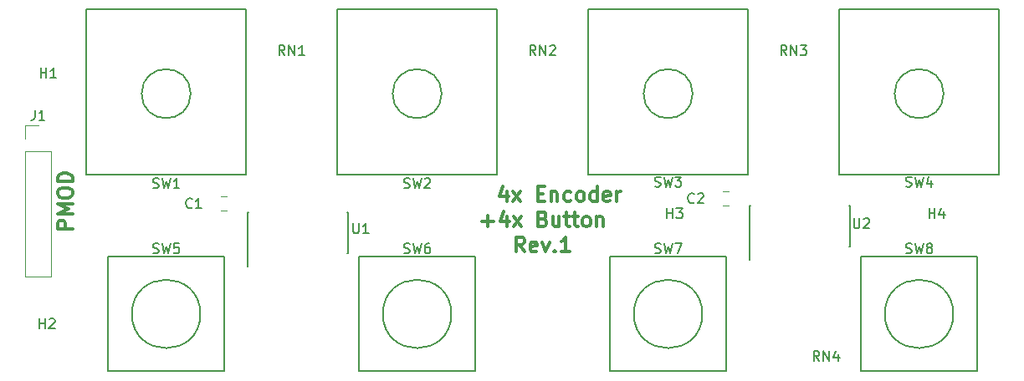
<source format=gbr>
G04 #@! TF.GenerationSoftware,KiCad,Pcbnew,5.0.1+dfsg1-2*
G04 #@! TF.CreationDate,2019-02-06T11:22:59+01:00*
G04 #@! TF.ProjectId,encoder-board,656E636F6465722D626F6172642E6B69,rev?*
G04 #@! TF.SameCoordinates,Original*
G04 #@! TF.FileFunction,Legend,Top*
G04 #@! TF.FilePolarity,Positive*
%FSLAX46Y46*%
G04 Gerber Fmt 4.6, Leading zero omitted, Abs format (unit mm)*
G04 Created by KiCad (PCBNEW 5.0.1+dfsg1-2) date Mi 06 Feb 2019 11:22:59 CET*
%MOMM*%
%LPD*%
G01*
G04 APERTURE LIST*
%ADD10C,0.300000*%
%ADD11C,0.120000*%
%ADD12C,0.150000*%
G04 APERTURE END LIST*
D10*
X152567142Y-104443571D02*
X152567142Y-105443571D01*
X152210000Y-103872142D02*
X151852857Y-104943571D01*
X152781428Y-104943571D01*
X153210000Y-105443571D02*
X153995714Y-104443571D01*
X153210000Y-104443571D02*
X153995714Y-105443571D01*
X155710000Y-104657857D02*
X156210000Y-104657857D01*
X156424285Y-105443571D02*
X155710000Y-105443571D01*
X155710000Y-103943571D01*
X156424285Y-103943571D01*
X157067142Y-104443571D02*
X157067142Y-105443571D01*
X157067142Y-104586428D02*
X157138571Y-104515000D01*
X157281428Y-104443571D01*
X157495714Y-104443571D01*
X157638571Y-104515000D01*
X157710000Y-104657857D01*
X157710000Y-105443571D01*
X159067142Y-105372142D02*
X158924285Y-105443571D01*
X158638571Y-105443571D01*
X158495714Y-105372142D01*
X158424285Y-105300714D01*
X158352857Y-105157857D01*
X158352857Y-104729285D01*
X158424285Y-104586428D01*
X158495714Y-104515000D01*
X158638571Y-104443571D01*
X158924285Y-104443571D01*
X159067142Y-104515000D01*
X159924285Y-105443571D02*
X159781428Y-105372142D01*
X159710000Y-105300714D01*
X159638571Y-105157857D01*
X159638571Y-104729285D01*
X159710000Y-104586428D01*
X159781428Y-104515000D01*
X159924285Y-104443571D01*
X160138571Y-104443571D01*
X160281428Y-104515000D01*
X160352857Y-104586428D01*
X160424285Y-104729285D01*
X160424285Y-105157857D01*
X160352857Y-105300714D01*
X160281428Y-105372142D01*
X160138571Y-105443571D01*
X159924285Y-105443571D01*
X161710000Y-105443571D02*
X161710000Y-103943571D01*
X161710000Y-105372142D02*
X161567142Y-105443571D01*
X161281428Y-105443571D01*
X161138571Y-105372142D01*
X161067142Y-105300714D01*
X160995714Y-105157857D01*
X160995714Y-104729285D01*
X161067142Y-104586428D01*
X161138571Y-104515000D01*
X161281428Y-104443571D01*
X161567142Y-104443571D01*
X161710000Y-104515000D01*
X162995714Y-105372142D02*
X162852857Y-105443571D01*
X162567142Y-105443571D01*
X162424285Y-105372142D01*
X162352857Y-105229285D01*
X162352857Y-104657857D01*
X162424285Y-104515000D01*
X162567142Y-104443571D01*
X162852857Y-104443571D01*
X162995714Y-104515000D01*
X163067142Y-104657857D01*
X163067142Y-104800714D01*
X162352857Y-104943571D01*
X163710000Y-105443571D02*
X163710000Y-104443571D01*
X163710000Y-104729285D02*
X163781428Y-104586428D01*
X163852857Y-104515000D01*
X163995714Y-104443571D01*
X164138571Y-104443571D01*
X150102857Y-107422142D02*
X151245714Y-107422142D01*
X150674285Y-107993571D02*
X150674285Y-106850714D01*
X152602857Y-106993571D02*
X152602857Y-107993571D01*
X152245714Y-106422142D02*
X151888571Y-107493571D01*
X152817142Y-107493571D01*
X153245714Y-107993571D02*
X154031428Y-106993571D01*
X153245714Y-106993571D02*
X154031428Y-107993571D01*
X156245714Y-107207857D02*
X156460000Y-107279285D01*
X156531428Y-107350714D01*
X156602857Y-107493571D01*
X156602857Y-107707857D01*
X156531428Y-107850714D01*
X156460000Y-107922142D01*
X156317142Y-107993571D01*
X155745714Y-107993571D01*
X155745714Y-106493571D01*
X156245714Y-106493571D01*
X156388571Y-106565000D01*
X156460000Y-106636428D01*
X156531428Y-106779285D01*
X156531428Y-106922142D01*
X156460000Y-107065000D01*
X156388571Y-107136428D01*
X156245714Y-107207857D01*
X155745714Y-107207857D01*
X157888571Y-106993571D02*
X157888571Y-107993571D01*
X157245714Y-106993571D02*
X157245714Y-107779285D01*
X157317142Y-107922142D01*
X157460000Y-107993571D01*
X157674285Y-107993571D01*
X157817142Y-107922142D01*
X157888571Y-107850714D01*
X158388571Y-106993571D02*
X158960000Y-106993571D01*
X158602857Y-106493571D02*
X158602857Y-107779285D01*
X158674285Y-107922142D01*
X158817142Y-107993571D01*
X158960000Y-107993571D01*
X159245714Y-106993571D02*
X159817142Y-106993571D01*
X159460000Y-106493571D02*
X159460000Y-107779285D01*
X159531428Y-107922142D01*
X159674285Y-107993571D01*
X159817142Y-107993571D01*
X160531428Y-107993571D02*
X160388571Y-107922142D01*
X160317142Y-107850714D01*
X160245714Y-107707857D01*
X160245714Y-107279285D01*
X160317142Y-107136428D01*
X160388571Y-107065000D01*
X160531428Y-106993571D01*
X160745714Y-106993571D01*
X160888571Y-107065000D01*
X160960000Y-107136428D01*
X161031428Y-107279285D01*
X161031428Y-107707857D01*
X160960000Y-107850714D01*
X160888571Y-107922142D01*
X160745714Y-107993571D01*
X160531428Y-107993571D01*
X161674285Y-106993571D02*
X161674285Y-107993571D01*
X161674285Y-107136428D02*
X161745714Y-107065000D01*
X161888571Y-106993571D01*
X162102857Y-106993571D01*
X162245714Y-107065000D01*
X162317142Y-107207857D01*
X162317142Y-107993571D01*
X154388571Y-110543571D02*
X153888571Y-109829285D01*
X153531428Y-110543571D02*
X153531428Y-109043571D01*
X154102857Y-109043571D01*
X154245714Y-109115000D01*
X154317142Y-109186428D01*
X154388571Y-109329285D01*
X154388571Y-109543571D01*
X154317142Y-109686428D01*
X154245714Y-109757857D01*
X154102857Y-109829285D01*
X153531428Y-109829285D01*
X155602857Y-110472142D02*
X155460000Y-110543571D01*
X155174285Y-110543571D01*
X155031428Y-110472142D01*
X154960000Y-110329285D01*
X154960000Y-109757857D01*
X155031428Y-109615000D01*
X155174285Y-109543571D01*
X155460000Y-109543571D01*
X155602857Y-109615000D01*
X155674285Y-109757857D01*
X155674285Y-109900714D01*
X154960000Y-110043571D01*
X156174285Y-109543571D02*
X156531428Y-110543571D01*
X156888571Y-109543571D01*
X157460000Y-110400714D02*
X157531428Y-110472142D01*
X157460000Y-110543571D01*
X157388571Y-110472142D01*
X157460000Y-110400714D01*
X157460000Y-110543571D01*
X158960000Y-110543571D02*
X158102857Y-110543571D01*
X158531428Y-110543571D02*
X158531428Y-109043571D01*
X158388571Y-109257857D01*
X158245714Y-109400714D01*
X158102857Y-109472142D01*
X108628571Y-108195714D02*
X107128571Y-108195714D01*
X107128571Y-107624285D01*
X107200000Y-107481428D01*
X107271428Y-107410000D01*
X107414285Y-107338571D01*
X107628571Y-107338571D01*
X107771428Y-107410000D01*
X107842857Y-107481428D01*
X107914285Y-107624285D01*
X107914285Y-108195714D01*
X108628571Y-106695714D02*
X107128571Y-106695714D01*
X108200000Y-106195714D01*
X107128571Y-105695714D01*
X108628571Y-105695714D01*
X107128571Y-104695714D02*
X107128571Y-104410000D01*
X107200000Y-104267142D01*
X107342857Y-104124285D01*
X107628571Y-104052857D01*
X108128571Y-104052857D01*
X108414285Y-104124285D01*
X108557142Y-104267142D01*
X108628571Y-104410000D01*
X108628571Y-104695714D01*
X108557142Y-104838571D01*
X108414285Y-104981428D01*
X108128571Y-105052857D01*
X107628571Y-105052857D01*
X107342857Y-104981428D01*
X107200000Y-104838571D01*
X107128571Y-104695714D01*
X108628571Y-103410000D02*
X107128571Y-103410000D01*
X107128571Y-103052857D01*
X107200000Y-102838571D01*
X107342857Y-102695714D01*
X107485714Y-102624285D01*
X107771428Y-102552857D01*
X107985714Y-102552857D01*
X108271428Y-102624285D01*
X108414285Y-102695714D01*
X108557142Y-102838571D01*
X108628571Y-103052857D01*
X108628571Y-103410000D01*
D11*
G04 #@! TO.C,C2*
X175013252Y-104446000D02*
X174490748Y-104446000D01*
X175013252Y-105866000D02*
X174490748Y-105866000D01*
G04 #@! TO.C,C1*
X124213252Y-104954000D02*
X123690748Y-104954000D01*
X124213252Y-106374000D02*
X123690748Y-106374000D01*
G04 #@! TO.C,J1*
X103826000Y-97730000D02*
X105156000Y-97730000D01*
X103826000Y-99060000D02*
X103826000Y-97730000D01*
X103826000Y-100330000D02*
X106486000Y-100330000D01*
X106486000Y-100330000D02*
X106486000Y-113090000D01*
X103826000Y-100330000D02*
X103826000Y-113090000D01*
X103826000Y-113090000D02*
X106486000Y-113090000D01*
D12*
G04 #@! TO.C,SW2*
X145993948Y-94516052D02*
G75*
G03X145993948Y-94516052I-2483948J0D01*
G01*
X135410000Y-86000000D02*
X135410000Y-102700000D01*
X151610000Y-86000000D02*
X135410000Y-86000000D01*
X151610000Y-102700000D02*
X151610000Y-86000000D01*
X135410000Y-102700000D02*
X151610000Y-102700000D01*
G04 #@! TO.C,SW4*
X196793948Y-94516052D02*
G75*
G03X196793948Y-94516052I-2483948J0D01*
G01*
X186210000Y-86000000D02*
X186210000Y-102700000D01*
X202410000Y-86000000D02*
X186210000Y-86000000D01*
X202410000Y-102700000D02*
X202410000Y-86000000D01*
X186210000Y-102700000D02*
X202410000Y-102700000D01*
G04 #@! TO.C,SW1*
X120593948Y-94516052D02*
G75*
G03X120593948Y-94516052I-2483948J0D01*
G01*
X110010000Y-86000000D02*
X110010000Y-102700000D01*
X126210000Y-86000000D02*
X110010000Y-86000000D01*
X126210000Y-102700000D02*
X126210000Y-86000000D01*
X110010000Y-102700000D02*
X126210000Y-102700000D01*
G04 #@! TO.C,SW3*
X171393948Y-94516052D02*
G75*
G03X171393948Y-94516052I-2483948J0D01*
G01*
X160810000Y-86000000D02*
X160810000Y-102700000D01*
X177010000Y-86000000D02*
X160810000Y-86000000D01*
X177010000Y-102700000D02*
X177010000Y-86000000D01*
X160810000Y-102700000D02*
X177010000Y-102700000D01*
G04 #@! TO.C,SW5*
X121575545Y-116840000D02*
G75*
G03X121575545Y-116840000I-3465545J0D01*
G01*
X112210000Y-122640000D02*
X124010000Y-122640000D01*
X112210000Y-111040000D02*
X112210000Y-122640000D01*
X124010000Y-111040000D02*
X112210000Y-111040000D01*
X124010000Y-122640000D02*
X124010000Y-111040000D01*
G04 #@! TO.C,SW6*
X146975545Y-116840000D02*
G75*
G03X146975545Y-116840000I-3465545J0D01*
G01*
X137610000Y-122640000D02*
X149410000Y-122640000D01*
X137610000Y-111040000D02*
X137610000Y-122640000D01*
X149410000Y-111040000D02*
X137610000Y-111040000D01*
X149410000Y-122640000D02*
X149410000Y-111040000D01*
G04 #@! TO.C,SW7*
X172375545Y-116840000D02*
G75*
G03X172375545Y-116840000I-3465545J0D01*
G01*
X163010000Y-122640000D02*
X174810000Y-122640000D01*
X163010000Y-111040000D02*
X163010000Y-122640000D01*
X174810000Y-111040000D02*
X163010000Y-111040000D01*
X174810000Y-122640000D02*
X174810000Y-111040000D01*
G04 #@! TO.C,SW8*
X197775545Y-116840000D02*
G75*
G03X197775545Y-116840000I-3465545J0D01*
G01*
X188410000Y-122640000D02*
X200210000Y-122640000D01*
X188410000Y-111040000D02*
X188410000Y-122640000D01*
X200210000Y-111040000D02*
X188410000Y-111040000D01*
X200210000Y-122640000D02*
X200210000Y-111040000D01*
G04 #@! TO.C,U2*
X177195000Y-110025000D02*
X177195000Y-111400000D01*
X187320000Y-110025000D02*
X187320000Y-105875000D01*
X177170000Y-110025000D02*
X177170000Y-105875000D01*
X187320000Y-110025000D02*
X187215000Y-110025000D01*
X187320000Y-105875000D02*
X187215000Y-105875000D01*
X177170000Y-105875000D02*
X177275000Y-105875000D01*
X177170000Y-110025000D02*
X177195000Y-110025000D01*
G04 #@! TO.C,U1*
X126395000Y-110660000D02*
X126395000Y-112035000D01*
X136520000Y-110660000D02*
X136520000Y-106510000D01*
X126370000Y-110660000D02*
X126370000Y-106510000D01*
X136520000Y-110660000D02*
X136415000Y-110660000D01*
X136520000Y-106510000D02*
X136415000Y-106510000D01*
X126370000Y-106510000D02*
X126475000Y-106510000D01*
X126370000Y-110660000D02*
X126395000Y-110660000D01*
G04 #@! TO.C,H4*
X195326095Y-107132380D02*
X195326095Y-106132380D01*
X195326095Y-106608571D02*
X195897523Y-106608571D01*
X195897523Y-107132380D02*
X195897523Y-106132380D01*
X196802285Y-106465714D02*
X196802285Y-107132380D01*
X196564190Y-106084761D02*
X196326095Y-106799047D01*
X196945142Y-106799047D01*
G04 #@! TO.C,H3*
X168783095Y-107132380D02*
X168783095Y-106132380D01*
X168783095Y-106608571D02*
X169354523Y-106608571D01*
X169354523Y-107132380D02*
X169354523Y-106132380D01*
X169735476Y-106132380D02*
X170354523Y-106132380D01*
X170021190Y-106513333D01*
X170164047Y-106513333D01*
X170259285Y-106560952D01*
X170306904Y-106608571D01*
X170354523Y-106703809D01*
X170354523Y-106941904D01*
X170306904Y-107037142D01*
X170259285Y-107084761D01*
X170164047Y-107132380D01*
X169878333Y-107132380D01*
X169783095Y-107084761D01*
X169735476Y-107037142D01*
G04 #@! TO.C,H2*
X105283095Y-118308380D02*
X105283095Y-117308380D01*
X105283095Y-117784571D02*
X105854523Y-117784571D01*
X105854523Y-118308380D02*
X105854523Y-117308380D01*
X106283095Y-117403619D02*
X106330714Y-117356000D01*
X106425952Y-117308380D01*
X106664047Y-117308380D01*
X106759285Y-117356000D01*
X106806904Y-117403619D01*
X106854523Y-117498857D01*
X106854523Y-117594095D01*
X106806904Y-117736952D01*
X106235476Y-118308380D01*
X106854523Y-118308380D01*
G04 #@! TO.C,H1*
X105410095Y-92908380D02*
X105410095Y-91908380D01*
X105410095Y-92384571D02*
X105981523Y-92384571D01*
X105981523Y-92908380D02*
X105981523Y-91908380D01*
X106981523Y-92908380D02*
X106410095Y-92908380D01*
X106695809Y-92908380D02*
X106695809Y-91908380D01*
X106600571Y-92051238D01*
X106505333Y-92146476D01*
X106410095Y-92194095D01*
G04 #@! TO.C,C2*
X171537333Y-105513142D02*
X171489714Y-105560761D01*
X171346857Y-105608380D01*
X171251619Y-105608380D01*
X171108761Y-105560761D01*
X171013523Y-105465523D01*
X170965904Y-105370285D01*
X170918285Y-105179809D01*
X170918285Y-105036952D01*
X170965904Y-104846476D01*
X171013523Y-104751238D01*
X171108761Y-104656000D01*
X171251619Y-104608380D01*
X171346857Y-104608380D01*
X171489714Y-104656000D01*
X171537333Y-104703619D01*
X171918285Y-104703619D02*
X171965904Y-104656000D01*
X172061142Y-104608380D01*
X172299238Y-104608380D01*
X172394476Y-104656000D01*
X172442095Y-104703619D01*
X172489714Y-104798857D01*
X172489714Y-104894095D01*
X172442095Y-105036952D01*
X171870666Y-105608380D01*
X172489714Y-105608380D01*
G04 #@! TO.C,C1*
X120737333Y-106021142D02*
X120689714Y-106068761D01*
X120546857Y-106116380D01*
X120451619Y-106116380D01*
X120308761Y-106068761D01*
X120213523Y-105973523D01*
X120165904Y-105878285D01*
X120118285Y-105687809D01*
X120118285Y-105544952D01*
X120165904Y-105354476D01*
X120213523Y-105259238D01*
X120308761Y-105164000D01*
X120451619Y-105116380D01*
X120546857Y-105116380D01*
X120689714Y-105164000D01*
X120737333Y-105211619D01*
X121689714Y-106116380D02*
X121118285Y-106116380D01*
X121404000Y-106116380D02*
X121404000Y-105116380D01*
X121308761Y-105259238D01*
X121213523Y-105354476D01*
X121118285Y-105402095D01*
G04 #@! TO.C,J1*
X104822666Y-96182380D02*
X104822666Y-96896666D01*
X104775047Y-97039523D01*
X104679809Y-97134761D01*
X104536952Y-97182380D01*
X104441714Y-97182380D01*
X105822666Y-97182380D02*
X105251238Y-97182380D01*
X105536952Y-97182380D02*
X105536952Y-96182380D01*
X105441714Y-96325238D01*
X105346476Y-96420476D01*
X105251238Y-96468095D01*
G04 #@! TO.C,RN1*
X130119523Y-90622380D02*
X129786190Y-90146190D01*
X129548095Y-90622380D02*
X129548095Y-89622380D01*
X129929047Y-89622380D01*
X130024285Y-89670000D01*
X130071904Y-89717619D01*
X130119523Y-89812857D01*
X130119523Y-89955714D01*
X130071904Y-90050952D01*
X130024285Y-90098571D01*
X129929047Y-90146190D01*
X129548095Y-90146190D01*
X130548095Y-90622380D02*
X130548095Y-89622380D01*
X131119523Y-90622380D01*
X131119523Y-89622380D01*
X132119523Y-90622380D02*
X131548095Y-90622380D01*
X131833809Y-90622380D02*
X131833809Y-89622380D01*
X131738571Y-89765238D01*
X131643333Y-89860476D01*
X131548095Y-89908095D01*
G04 #@! TO.C,RN2*
X155519523Y-90622380D02*
X155186190Y-90146190D01*
X154948095Y-90622380D02*
X154948095Y-89622380D01*
X155329047Y-89622380D01*
X155424285Y-89670000D01*
X155471904Y-89717619D01*
X155519523Y-89812857D01*
X155519523Y-89955714D01*
X155471904Y-90050952D01*
X155424285Y-90098571D01*
X155329047Y-90146190D01*
X154948095Y-90146190D01*
X155948095Y-90622380D02*
X155948095Y-89622380D01*
X156519523Y-90622380D01*
X156519523Y-89622380D01*
X156948095Y-89717619D02*
X156995714Y-89670000D01*
X157090952Y-89622380D01*
X157329047Y-89622380D01*
X157424285Y-89670000D01*
X157471904Y-89717619D01*
X157519523Y-89812857D01*
X157519523Y-89908095D01*
X157471904Y-90050952D01*
X156900476Y-90622380D01*
X157519523Y-90622380D01*
G04 #@! TO.C,RN3*
X180919523Y-90622380D02*
X180586190Y-90146190D01*
X180348095Y-90622380D02*
X180348095Y-89622380D01*
X180729047Y-89622380D01*
X180824285Y-89670000D01*
X180871904Y-89717619D01*
X180919523Y-89812857D01*
X180919523Y-89955714D01*
X180871904Y-90050952D01*
X180824285Y-90098571D01*
X180729047Y-90146190D01*
X180348095Y-90146190D01*
X181348095Y-90622380D02*
X181348095Y-89622380D01*
X181919523Y-90622380D01*
X181919523Y-89622380D01*
X182300476Y-89622380D02*
X182919523Y-89622380D01*
X182586190Y-90003333D01*
X182729047Y-90003333D01*
X182824285Y-90050952D01*
X182871904Y-90098571D01*
X182919523Y-90193809D01*
X182919523Y-90431904D01*
X182871904Y-90527142D01*
X182824285Y-90574761D01*
X182729047Y-90622380D01*
X182443333Y-90622380D01*
X182348095Y-90574761D01*
X182300476Y-90527142D01*
G04 #@! TO.C,RN4*
X184221523Y-121610380D02*
X183888190Y-121134190D01*
X183650095Y-121610380D02*
X183650095Y-120610380D01*
X184031047Y-120610380D01*
X184126285Y-120658000D01*
X184173904Y-120705619D01*
X184221523Y-120800857D01*
X184221523Y-120943714D01*
X184173904Y-121038952D01*
X184126285Y-121086571D01*
X184031047Y-121134190D01*
X183650095Y-121134190D01*
X184650095Y-121610380D02*
X184650095Y-120610380D01*
X185221523Y-121610380D01*
X185221523Y-120610380D01*
X186126285Y-120943714D02*
X186126285Y-121610380D01*
X185888190Y-120562761D02*
X185650095Y-121277047D01*
X186269142Y-121277047D01*
G04 #@! TO.C,SW2*
X142176666Y-104036761D02*
X142319523Y-104084380D01*
X142557619Y-104084380D01*
X142652857Y-104036761D01*
X142700476Y-103989142D01*
X142748095Y-103893904D01*
X142748095Y-103798666D01*
X142700476Y-103703428D01*
X142652857Y-103655809D01*
X142557619Y-103608190D01*
X142367142Y-103560571D01*
X142271904Y-103512952D01*
X142224285Y-103465333D01*
X142176666Y-103370095D01*
X142176666Y-103274857D01*
X142224285Y-103179619D01*
X142271904Y-103132000D01*
X142367142Y-103084380D01*
X142605238Y-103084380D01*
X142748095Y-103132000D01*
X143081428Y-103084380D02*
X143319523Y-104084380D01*
X143510000Y-103370095D01*
X143700476Y-104084380D01*
X143938571Y-103084380D01*
X144271904Y-103179619D02*
X144319523Y-103132000D01*
X144414761Y-103084380D01*
X144652857Y-103084380D01*
X144748095Y-103132000D01*
X144795714Y-103179619D01*
X144843333Y-103274857D01*
X144843333Y-103370095D01*
X144795714Y-103512952D01*
X144224285Y-104084380D01*
X144843333Y-104084380D01*
G04 #@! TO.C,SW4*
X192976666Y-103909761D02*
X193119523Y-103957380D01*
X193357619Y-103957380D01*
X193452857Y-103909761D01*
X193500476Y-103862142D01*
X193548095Y-103766904D01*
X193548095Y-103671666D01*
X193500476Y-103576428D01*
X193452857Y-103528809D01*
X193357619Y-103481190D01*
X193167142Y-103433571D01*
X193071904Y-103385952D01*
X193024285Y-103338333D01*
X192976666Y-103243095D01*
X192976666Y-103147857D01*
X193024285Y-103052619D01*
X193071904Y-103005000D01*
X193167142Y-102957380D01*
X193405238Y-102957380D01*
X193548095Y-103005000D01*
X193881428Y-102957380D02*
X194119523Y-103957380D01*
X194310000Y-103243095D01*
X194500476Y-103957380D01*
X194738571Y-102957380D01*
X195548095Y-103290714D02*
X195548095Y-103957380D01*
X195310000Y-102909761D02*
X195071904Y-103624047D01*
X195690952Y-103624047D01*
G04 #@! TO.C,SW1*
X116776666Y-104036761D02*
X116919523Y-104084380D01*
X117157619Y-104084380D01*
X117252857Y-104036761D01*
X117300476Y-103989142D01*
X117348095Y-103893904D01*
X117348095Y-103798666D01*
X117300476Y-103703428D01*
X117252857Y-103655809D01*
X117157619Y-103608190D01*
X116967142Y-103560571D01*
X116871904Y-103512952D01*
X116824285Y-103465333D01*
X116776666Y-103370095D01*
X116776666Y-103274857D01*
X116824285Y-103179619D01*
X116871904Y-103132000D01*
X116967142Y-103084380D01*
X117205238Y-103084380D01*
X117348095Y-103132000D01*
X117681428Y-103084380D02*
X117919523Y-104084380D01*
X118110000Y-103370095D01*
X118300476Y-104084380D01*
X118538571Y-103084380D01*
X119443333Y-104084380D02*
X118871904Y-104084380D01*
X119157619Y-104084380D02*
X119157619Y-103084380D01*
X119062380Y-103227238D01*
X118967142Y-103322476D01*
X118871904Y-103370095D01*
G04 #@! TO.C,SW3*
X167576666Y-103909761D02*
X167719523Y-103957380D01*
X167957619Y-103957380D01*
X168052857Y-103909761D01*
X168100476Y-103862142D01*
X168148095Y-103766904D01*
X168148095Y-103671666D01*
X168100476Y-103576428D01*
X168052857Y-103528809D01*
X167957619Y-103481190D01*
X167767142Y-103433571D01*
X167671904Y-103385952D01*
X167624285Y-103338333D01*
X167576666Y-103243095D01*
X167576666Y-103147857D01*
X167624285Y-103052619D01*
X167671904Y-103005000D01*
X167767142Y-102957380D01*
X168005238Y-102957380D01*
X168148095Y-103005000D01*
X168481428Y-102957380D02*
X168719523Y-103957380D01*
X168910000Y-103243095D01*
X169100476Y-103957380D01*
X169338571Y-102957380D01*
X169624285Y-102957380D02*
X170243333Y-102957380D01*
X169910000Y-103338333D01*
X170052857Y-103338333D01*
X170148095Y-103385952D01*
X170195714Y-103433571D01*
X170243333Y-103528809D01*
X170243333Y-103766904D01*
X170195714Y-103862142D01*
X170148095Y-103909761D01*
X170052857Y-103957380D01*
X169767142Y-103957380D01*
X169671904Y-103909761D01*
X169624285Y-103862142D01*
G04 #@! TO.C,SW5*
X116776666Y-110640761D02*
X116919523Y-110688380D01*
X117157619Y-110688380D01*
X117252857Y-110640761D01*
X117300476Y-110593142D01*
X117348095Y-110497904D01*
X117348095Y-110402666D01*
X117300476Y-110307428D01*
X117252857Y-110259809D01*
X117157619Y-110212190D01*
X116967142Y-110164571D01*
X116871904Y-110116952D01*
X116824285Y-110069333D01*
X116776666Y-109974095D01*
X116776666Y-109878857D01*
X116824285Y-109783619D01*
X116871904Y-109736000D01*
X116967142Y-109688380D01*
X117205238Y-109688380D01*
X117348095Y-109736000D01*
X117681428Y-109688380D02*
X117919523Y-110688380D01*
X118110000Y-109974095D01*
X118300476Y-110688380D01*
X118538571Y-109688380D01*
X119395714Y-109688380D02*
X118919523Y-109688380D01*
X118871904Y-110164571D01*
X118919523Y-110116952D01*
X119014761Y-110069333D01*
X119252857Y-110069333D01*
X119348095Y-110116952D01*
X119395714Y-110164571D01*
X119443333Y-110259809D01*
X119443333Y-110497904D01*
X119395714Y-110593142D01*
X119348095Y-110640761D01*
X119252857Y-110688380D01*
X119014761Y-110688380D01*
X118919523Y-110640761D01*
X118871904Y-110593142D01*
G04 #@! TO.C,SW6*
X142176666Y-110640761D02*
X142319523Y-110688380D01*
X142557619Y-110688380D01*
X142652857Y-110640761D01*
X142700476Y-110593142D01*
X142748095Y-110497904D01*
X142748095Y-110402666D01*
X142700476Y-110307428D01*
X142652857Y-110259809D01*
X142557619Y-110212190D01*
X142367142Y-110164571D01*
X142271904Y-110116952D01*
X142224285Y-110069333D01*
X142176666Y-109974095D01*
X142176666Y-109878857D01*
X142224285Y-109783619D01*
X142271904Y-109736000D01*
X142367142Y-109688380D01*
X142605238Y-109688380D01*
X142748095Y-109736000D01*
X143081428Y-109688380D02*
X143319523Y-110688380D01*
X143510000Y-109974095D01*
X143700476Y-110688380D01*
X143938571Y-109688380D01*
X144748095Y-109688380D02*
X144557619Y-109688380D01*
X144462380Y-109736000D01*
X144414761Y-109783619D01*
X144319523Y-109926476D01*
X144271904Y-110116952D01*
X144271904Y-110497904D01*
X144319523Y-110593142D01*
X144367142Y-110640761D01*
X144462380Y-110688380D01*
X144652857Y-110688380D01*
X144748095Y-110640761D01*
X144795714Y-110593142D01*
X144843333Y-110497904D01*
X144843333Y-110259809D01*
X144795714Y-110164571D01*
X144748095Y-110116952D01*
X144652857Y-110069333D01*
X144462380Y-110069333D01*
X144367142Y-110116952D01*
X144319523Y-110164571D01*
X144271904Y-110259809D01*
G04 #@! TO.C,SW7*
X167576666Y-110640761D02*
X167719523Y-110688380D01*
X167957619Y-110688380D01*
X168052857Y-110640761D01*
X168100476Y-110593142D01*
X168148095Y-110497904D01*
X168148095Y-110402666D01*
X168100476Y-110307428D01*
X168052857Y-110259809D01*
X167957619Y-110212190D01*
X167767142Y-110164571D01*
X167671904Y-110116952D01*
X167624285Y-110069333D01*
X167576666Y-109974095D01*
X167576666Y-109878857D01*
X167624285Y-109783619D01*
X167671904Y-109736000D01*
X167767142Y-109688380D01*
X168005238Y-109688380D01*
X168148095Y-109736000D01*
X168481428Y-109688380D02*
X168719523Y-110688380D01*
X168910000Y-109974095D01*
X169100476Y-110688380D01*
X169338571Y-109688380D01*
X169624285Y-109688380D02*
X170290952Y-109688380D01*
X169862380Y-110688380D01*
G04 #@! TO.C,SW8*
X192976666Y-110640761D02*
X193119523Y-110688380D01*
X193357619Y-110688380D01*
X193452857Y-110640761D01*
X193500476Y-110593142D01*
X193548095Y-110497904D01*
X193548095Y-110402666D01*
X193500476Y-110307428D01*
X193452857Y-110259809D01*
X193357619Y-110212190D01*
X193167142Y-110164571D01*
X193071904Y-110116952D01*
X193024285Y-110069333D01*
X192976666Y-109974095D01*
X192976666Y-109878857D01*
X193024285Y-109783619D01*
X193071904Y-109736000D01*
X193167142Y-109688380D01*
X193405238Y-109688380D01*
X193548095Y-109736000D01*
X193881428Y-109688380D02*
X194119523Y-110688380D01*
X194310000Y-109974095D01*
X194500476Y-110688380D01*
X194738571Y-109688380D01*
X195262380Y-110116952D02*
X195167142Y-110069333D01*
X195119523Y-110021714D01*
X195071904Y-109926476D01*
X195071904Y-109878857D01*
X195119523Y-109783619D01*
X195167142Y-109736000D01*
X195262380Y-109688380D01*
X195452857Y-109688380D01*
X195548095Y-109736000D01*
X195595714Y-109783619D01*
X195643333Y-109878857D01*
X195643333Y-109926476D01*
X195595714Y-110021714D01*
X195548095Y-110069333D01*
X195452857Y-110116952D01*
X195262380Y-110116952D01*
X195167142Y-110164571D01*
X195119523Y-110212190D01*
X195071904Y-110307428D01*
X195071904Y-110497904D01*
X195119523Y-110593142D01*
X195167142Y-110640761D01*
X195262380Y-110688380D01*
X195452857Y-110688380D01*
X195548095Y-110640761D01*
X195595714Y-110593142D01*
X195643333Y-110497904D01*
X195643333Y-110307428D01*
X195595714Y-110212190D01*
X195548095Y-110164571D01*
X195452857Y-110116952D01*
G04 #@! TO.C,U2*
X187706095Y-107148380D02*
X187706095Y-107957904D01*
X187753714Y-108053142D01*
X187801333Y-108100761D01*
X187896571Y-108148380D01*
X188087047Y-108148380D01*
X188182285Y-108100761D01*
X188229904Y-108053142D01*
X188277523Y-107957904D01*
X188277523Y-107148380D01*
X188706095Y-107243619D02*
X188753714Y-107196000D01*
X188848952Y-107148380D01*
X189087047Y-107148380D01*
X189182285Y-107196000D01*
X189229904Y-107243619D01*
X189277523Y-107338857D01*
X189277523Y-107434095D01*
X189229904Y-107576952D01*
X188658476Y-108148380D01*
X189277523Y-108148380D01*
G04 #@! TO.C,U1*
X137033095Y-107656380D02*
X137033095Y-108465904D01*
X137080714Y-108561142D01*
X137128333Y-108608761D01*
X137223571Y-108656380D01*
X137414047Y-108656380D01*
X137509285Y-108608761D01*
X137556904Y-108561142D01*
X137604523Y-108465904D01*
X137604523Y-107656380D01*
X138604523Y-108656380D02*
X138033095Y-108656380D01*
X138318809Y-108656380D02*
X138318809Y-107656380D01*
X138223571Y-107799238D01*
X138128333Y-107894476D01*
X138033095Y-107942095D01*
G04 #@! TD*
M02*

</source>
